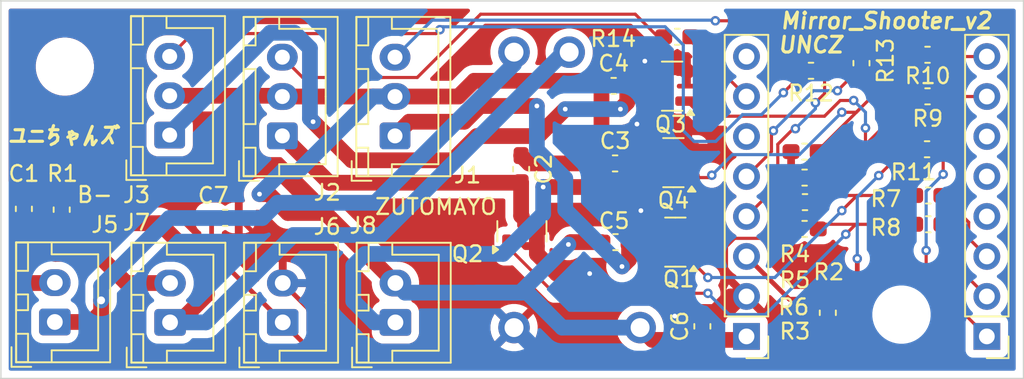
<source format=kicad_pcb>
(kicad_pcb (version 20241229) (generator "pcbnew") (generator_version "9.0")
  (layers (0 "F.Cu" signal) (2 "B.Cu" signal) (13 "F.Paste" user) (15 "B.Paste" user) (5 "F.SilkS" user "F.Silkscreen") (7 "B.SilkS" user "B.Silkscreen") (1 "F.Mask" user) (3 "B.Mask" user) (25 "Edge.Cuts" user))
  (net 0 "")
  (net 1 "Net-(J4-Pin_2)")
  (net 2 "+5V")
  (net 3 "Net-(J4-Pin_1)")
  (net 4 "GND")
  (net 5 "/PWM3")
  (net 6 "/TACT")
  (net 7 "/PWM1")
  (net 8 "/PWM2")
  (net 9 "/ON3")
  (net 10 "/ON1")
  (net 11 "/ON4")
  (net 12 "/ON2")
  (net 13 "3.3v")
  (net 14 "Net-(Q1-G)")
  (net 15 "Net-(Q2-G)")
  (net 16 "Net-(Q3-G)")
  (net 17 "Net-(J5-Pin_2)")
  (net 18 "Net-(J2-Pin_1)")
  (net 19 "Net-(J8-Pin_1)")
  (net 20 "Net-(J3-Pin_1)")
  (net 21 "Net-(J1-Pin_1)")
  (net 27 "Net-(Q4-G)")
  (net 28 "Net-(C1-Pad2)")
  (net 29 "Net-(J6-Pin_1)")
  (net 30 "Net-(J10-Pin_4)")
  (net 31 "Net-(J10-Pin_7)")
  (net 32 "Net-(J10-Pin_5)")
  (footprint "Capacitor_SMD:C_0603_1608Metric_Pad1.08x0.95mm_HandSolder" (layer "F.Cu") (at 122.991 102.2975 90)
    (property "Reference" "R1" (at 2.2875 0.05 180) (layer "F.SilkS"))
    (property "Value" "330Ω" (hide yes))
    (pad "1" smd roundrect (at -0.8625 0 90) (size 1.075 0.95) (layers "F.Cu" "F.Mask" "F.Paste") (net 1 "Net-(J4-Pin_2)"))
    (pad "2" smd roundrect (at 0.8625 0 90) (size 1.075 0.95) (layers "F.Cu" "F.Mask" "F.Paste") (net 28 "Net-(C1-Pad2)"))
  )
  (footprint "Capacitor_SMD:C_0603_1608Metric_Pad1.08x0.95mm_HandSolder" (layer "F.Cu") (at 170.1285 98.61)
    (property "Reference" "R4" (at -0.6175 6.51 0) (layer "F.SilkS"))
    (property "Value" "10K" (hide yes))
    (pad "1" smd roundrect (at -0.8625 0) (size 1.075 0.95) (layers "F.Cu" "F.Mask" "F.Paste") (net 4 "GND"))
    (pad "2" smd roundrect (at 0.8625 0) (size 1.075 0.95) (layers "F.Cu" "F.Mask" "F.Paste") (net 27 "Net-(Q4-G)"))
  )
  (footprint "Capacitor_SMD:C_0603_1608Metric_Pad1.08x0.95mm_HandSolder" (layer "F.Cu") (at 177.9767 101.3968 180)
    (property "Reference" "R7" (at 2.6935 -0.2132 0) (layer "F.SilkS"))
    (property "Value" "1K" (hide yes))
    (pad "1" smd roundrect (at -0.8625 0 180) (size 1.075 0.95) (layers "F.Cu" "F.Mask" "F.Paste") (net 12 "/ON2"))
    (pad "2" smd roundrect (at 0.8625 0 180) (size 1.075 0.95) (layers "F.Cu" "F.Mask" "F.Paste") (net 14 "Net-(Q1-G)"))
  )
  (footprint "Capacitor_SMD:C_0603_1608Metric_Pad1.08x0.95mm_HandSolder" (layer "F.Cu") (at 162.052 91.313 180)
    (property "Reference" "R14" (at 4.064 -0.127 0) (layer "F.SilkS"))
    (property "Value" "330" (hide yes))
    (pad "1" smd roundrect (at -0.8625 0 180) (size 1.075 0.95) (layers "F.Cu" "F.Mask" "F.Paste") (net 31 "Net-(J10-Pin_7)"))
    (pad "2" smd roundrect (at 0.8625 0 180) (size 1.075 0.95) (layers "F.Cu" "F.Mask" "F.Paste") (net 7 "/PWM1"))
  )
  (footprint "Capacitor_SMD:C_0603_1608Metric_Pad1.08x0.95mm_HandSolder" (layer "F.Cu") (at 163.641 109.71 90)
    (property "Reference" "C6" (at 0 -1.43 90) (layer "F.SilkS"))
    (property "Value" "10μF" (hide yes))
    (pad "1" smd roundrect (at -0.8625 0 90) (size 1.075 0.95) (layers "F.Cu" "F.Mask" "F.Paste") (net 2 "+5V"))
    (pad "2" smd roundrect (at 0.8625 0 90) (size 1.075 0.95) (layers "F.Cu" "F.Mask" "F.Paste") (net 4 "GND"))
  )
  (footprint "Capacitor_SMD:C_0603_1608Metric_Pad1.08x0.95mm_HandSolder" (layer "F.Cu") (at 177.8985 98.46)
    (property "Reference" "R11" (at -0.8575 1.45 0) (layer "F.SilkS"))
    (property "Value" "1k" (hide yes))
    (pad "1" smd roundrect (at -0.8625 0) (size 1.075 0.95) (layers "F.Cu" "F.Mask" "F.Paste") (net 29 "Net-(J6-Pin_1)"))
    (pad "2" smd roundrect (at 0.8625 0) (size 1.075 0.95) (layers "F.Cu" "F.Mask" "F.Paste") (net 6 "/TACT"))
  )
  (footprint "Capacitor_SMD:C_0603_1608Metric_Pad1.08x0.95mm_HandSolder" (layer "F.Cu") (at 170.1285 103.521)
    (property "Reference" "R3" (at -0.6175 6.51 0) (layer "F.SilkS"))
    (property "Value" "10K" (hide yes))
    (pad "1" smd roundrect (at -0.8625 0) (size 1.075 0.95) (layers "F.Cu" "F.Mask" "F.Paste") (net 4 "GND"))
    (pad "2" smd roundrect (at 0.8625 0) (size 1.075 0.95) (layers "F.Cu" "F.Mask" "F.Paste") (net 15 "Net-(Q2-G)"))
  )
  (footprint "Capacitor_SMD:C_0603_1608Metric_Pad1.08x0.95mm_HandSolder" (layer "F.Cu") (at 171.601 108.85 -90)
    (property "Reference" "R2" (at -2.59 -0.06 180) (layer "F.SilkS"))
    (property "Value" "10k" (hide yes))
    (pad "1" smd roundrect (at -0.8625 0 270) (size 1.075 0.95) (layers "F.Cu" "F.Mask" "F.Paste") (net 13 "3.3v"))
    (pad "2" smd roundrect (at 0.8625 0 270) (size 1.075 0.95) (layers "F.Cu" "F.Mask" "F.Paste") (net 29 "Net-(J6-Pin_1)"))
  )
  (footprint "Connector_JST:JST_XH_B3B-XH-A_1x03_P2.50mm_Vertical" (layer "F.Cu") (at 144.141 97.61 90)
    (property "Reference" "J1" (at -2.5 4.6 0) (layer "F.SilkS"))
    (property "Value" "Conn_01x03_Pin" (hide yes))
    (pad "1" thru_hole roundrect (at 0 0 90) (size 1.7 1.95) (drill 0.95) (layers "*.Cu" "*.Mask") (roundrect_rratio 0.147059) (net 21 "Net-(J1-Pin_1)"))
    (pad "2" thru_hole oval (at 2.5 0 90) (size 1.7 1.95) (drill 0.95) (layers "*.Cu" "*.Mask") (net 2 "+5V"))
    (pad "3" thru_hole oval (at 5 0 90) (size 1.7 1.95) (drill 0.95) (layers "*.Cu" "*.Mask") (net 8 "/PWM2"))
  )
  (footprint "Connector_JST:JST_XH_B3B-XH-A_1x03_P2.50mm_Vertical" (layer "F.Cu") (at 129.841 97.56 90)
    (property "Reference" "J3" (at -3.8 -2.1 0) (layer "F.SilkS"))
    (property "Value" "Conn_01x03_Pin" (hide yes))
    (pad "1" thru_hole roundrect (at 0 0 90) (size 1.7 1.95) (drill 0.95) (layers "*.Cu" "*.Mask") (roundrect_rratio 0.147059) (net 20 "Net-(J3-Pin_1)"))
    (pad "2" thru_hole oval (at 2.5 0 90) (size 1.7 1.95) (drill 0.95) (layers "*.Cu" "*.Mask") (net 2 "+5V"))
    (pad "3" thru_hole oval (at 5 0 90) (size 1.7 1.95) (drill 0.95) (layers "*.Cu" "*.Mask") (net 5 "/PWM3"))
  )
  (footprint "Capacitor_SMD:C_0603_1608Metric_Pad1.08x0.95mm_HandSolder" (layer "F.Cu") (at 173.736 92.9905 90)
    (property "Reference" "R13" (at 0.1535 1.524 90) (layer "F.SilkS"))
    (property "Value" "330" (hide yes))
    (pad "1" smd roundrect (at -0.8625 0 90) (size 1.075 0.95) (layers "F.Cu" "F.Mask" "F.Paste") (net 32 "Net-(J10-Pin_5)"))
    (pad "2" smd roundrect (at 0.8625 0 90) (size 1.075 0.95) (layers "F.Cu" "F.Mask" "F.Paste") (net 8 "/PWM2"))
  )
  (footprint "Connector_JST:JST_XH_B3B-XH-A_1x03_P2.50mm_Vertical" (layer "F.Cu") (at 136.991 97.61 90)
    (property "Reference" "J2" (at -3.6 2.85 0) (layer "F.SilkS"))
    (property "Value" "Conn_01x03_Pin" (hide yes))
    (pad "1" thru_hole roundrect (at 0 0 90) (size 1.7 1.95) (drill 0.95) (layers "*.Cu" "*.Mask") (roundrect_rratio 0.147059) (net 18 "Net-(J2-Pin_1)"))
    (pad "2" thru_hole oval (at 2.5 0 90) (size 1.7 1.95) (drill 0.95) (layers "*.Cu" "*.Mask") (net 2 "+5V"))
    (pad "3" thru_hole oval (at 5 0 90) (size 1.7 1.95) (drill 0.95) (layers "*.Cu" "*.Mask") (net 7 "/PWM1"))
  )
  (footprint "Package_TO_SOT_SMD:SOT-23" (layer "F.Cu") (at 161.8035 99.31 180)
    (property "Reference" "Q4" (at 0 -2.4 0) (layer "F.SilkS"))
    (property "Value" "AO3400A" (hide yes))
    (pad "1" smd roundrect (at -0.9375 -0.95 180) (size 1.475 0.6) (layers "F.Cu" "F.Mask" "F.Paste") (net 27 "Net-(Q4-G)"))
    (pad "2" smd roundrect (at -0.9375 0.95 180) (size 1.475 0.6) (layers "F.Cu" "F.Mask" "F.Paste") (net 4 "GND"))
    (pad "3" smd roundrect (at 0.9375 0 180) (size 1.475 0.6) (layers "F.Cu" "F.Mask" "F.Paste") (net 19 "Net-(J8-Pin_1)"))
  )
  (footprint "customs:stepup in" (layer "F.Cu") (at 155.691 110.2909 180)
    (property "Reference" "J9" (hide yes))
    (property "Value" "5v out" (hide yes))
    (pad "1" thru_hole circle (at -4 0.5 180) (size 2 2) (drill 1.2) (layers "*.Cu" "*.Mask") (net 2 "+5V"))
    (pad "2" thru_hole circle (at 4 0.5 180) (size 2 2) (drill 1.2) (layers "*.Cu" "*.Mask") (net 4 "GND"))
  )
  (footprint "Connector_JST:JST_XH_B2B-XH-A_1x02_P2.50mm_Vertical" (layer "F.Cu") (at 129.866 109.46 90)
    (property "Reference" "J7" (at 6.35 -2.125 0) (layer "F.SilkS"))
    (property "Value" "pw btn" (hide yes))
    (pad "1" thru_hole roundrect (at 0 0 90) (size 1.7 2) (drill 1) (layers "*.Cu" "*.Mask") (roundrect_rratio 0.147059) (net 1 "Net-(J4-Pin_2)"))
    (pad "2" thru_hole oval (at 2.5 0 90) (size 1.7 2) (drill 1) (layers "*.Cu" "*.Mask") (net 17 "Net-(J5-Pin_2)"))
  )
  (footprint "Connector_JST:JST_XH_B2B-XH-A_1x02_P2.50mm_Vertical" (layer "F.Cu") (at 144.166 109.46 90)
    (property "Reference" "J8" (at 6.15 -2.05 180) (layer "F.SilkS"))
    (property "Value" "laser" (hide yes))
    (pad "1" thru_hole roundrect (at 0 0 90) (size 1.7 2) (drill 1) (layers "*.Cu" "*.Mask") (roundrect_rratio 0.147059) (net 19 "Net-(J8-Pin_1)"))
    (pad "2" thru_hole oval (at 2.5 0 90) (size 1.7 2) (drill 1) (layers "*.Cu" "*.Mask") (net 2 "+5V"))
  )
  (footprint "Capacitor_SMD:C_0603_1608Metric_Pad1.08x0.95mm_HandSolder" (layer "F.Cu") (at 177.9281 92.456 180)
    (property "Reference" "R10" (at -0.0129 -1.344 0) (layer "F.SilkS"))
    (property "Value" "1K" (hide yes))
    (pad "1" smd roundrect (at -0.8625 0 180) (size 1.075 0.95) (layers "F.Cu" "F.Mask" "F.Paste") (net 11 "/ON4"))
    (pad "2" smd roundrect (at 0.8625 0 180) (size 1.075 0.95) (layers "F.Cu" "F.Mask" "F.Paste") (net 27 "Net-(Q4-G)"))
  )
  (footprint "Connector_JST:JST_XH_B2B-XH-A_1x02_P2.50mm_Vertical" (layer "F.Cu") (at 122.555 109.434 90)
    (property "Reference" "J5" (at 6.183 3.175 180) (layer "F.SilkS"))
    (property "Value" "battery module" (hide yes))
    (pad "1" thru_hole roundrect (at 0 0 90) (size 1.7 2) (drill 1) (layers "*.Cu" "*.Mask") (roundrect_rratio 0.147059) (net 3 "Net-(J4-Pin_1)"))
    (pad "2" thru_hole oval (at 2.5 0 90) (size 1.7 2) (drill 1) (layers "*.Cu" "*.Mask") (net 17 "Net-(J5-Pin_2)"))
  )
  (footprint "Capacitor_SMD:C_0603_1608Metric_Pad1.08x0.95mm_HandSolder" (layer "F.Cu") (at 170.1285 100.261)
    (property "Reference" "R5" (at -0.6175 6.51 0) (layer "F.SilkS"))
    (property "Value" "10K" (hide yes))
    (pad "1" smd roundrect (at -0.8625 0) (size 1.075 0.95) (layers "F.Cu" "F.Mask" "F.Paste") (net 4 "GND"))
    (pad "2" smd roundrect (at 0.8625 0) (size 1.075 0.95) (layers "F.Cu" "F.Mask" "F.Paste") (net 16 "Net-(Q3-G)"))
  )
  (footprint "customs:제목 없음" (layer "F.Cu") (at 153.691 92.2909)
    (property "Reference" "J4" (hide yes))
    (property "Value" "3.3v in" (hide yes))
    (pad "1" thru_hole circle (at -2 0) (size 2 2) (drill 1.2) (layers "*.Cu" "*.Mask") (net 3 "Net-(J4-Pin_1)"))
    (pad "2" thru_hole circle (at 1.5 0) (size 2 2) (drill 1.2) (layers "*.Cu" "*.Mask") (net 1 "Net-(J4-Pin_2)"))
  )
  (footprint "MountingHole:MountingHole_3.2mm_M3" (layer "F.Cu") (at 176.276 108.966)
    (property "Reference" "H2" (hide yes))
    (property "Value" "MountingHole" (hide yes))
    (pad "" np_thru_hole circle (at 0 0) (size 3.2 3.2) (drill 3.2) (layers "*.Cu" "*.Mask"))
  )
  (footprint "Capacitor_SMD:C_0603_1608Metric_Pad1.08x0.95mm_HandSolder" (layer "F.Cu") (at 170.5345 93.472 180)
    (property "Reference" "R12" (at 0 -1.43 0) (layer "F.SilkS"))
    (property "Value" "330" (hide yes))
    (pad "1" smd roundrect (at -0.8625 0 180) (size 1.075 0.95) (layers "F.Cu" "F.Mask" "F.Paste") (net 30 "Net-(J10-Pin_4)"))
    (pad "2" smd roundrect (at 0.8625 0 180) (size 1.075 0.95) (layers "F.Cu" "F.Mask" "F.Paste") (net 5 "/PWM3"))
  )
  (footprint "Connector_PinHeader_2.54mm:PinHeader_1x08_P2.54mm_Vertical" (layer "F.Cu") (at 166.441 110.35 180)
    (property "Reference" "J10" (hide yes))
    (property "Value" "Conn_01x08_Socket" (hide yes))
    (pad "1" thru_hole rect (at 0 0 180) (size 1.7 1.7) (drill 1) (layers "*.Cu" "*.Mask") (net 2 "+5V"))
    (pad "2" thru_hole circle (at 0 2.54 180) (size 1.7 1.7) (drill 1) (layers "*.Cu" "*.Mask") (net 4 "GND"))
    (pad "3" thru_hole circle (at 0 5.08 180) (size 1.7 1.7) (drill 1) (layers "*.Cu" "*.Mask") (net 13 "3.3v"))
    (pad "4" thru_hole circle (at 0 7.62 180) (size 1.7 1.7) (drill 1) (layers "*.Cu" "*.Mask") (net 30 "Net-(J10-Pin_4)"))
    (pad "5" thru_hole circle (at 0 10.16 180) (size 1.7 1.7) (drill 1) (layers "*.Cu" "*.Mask") (net 32 "Net-(J10-Pin_5)"))
    (pad "6" thru_hole circle (at 0 12.7 180) (size 1.7 1.7) (drill 1) (layers "*.Cu" "*.Mask"))
    (pad "7" thru_hole circle (at 0 15.24 180) (size 1.7 1.7) (drill 1) (layers "*.Cu" "*.Mask") (net 31 "Net-(J10-Pin_7)"))
    (pad "8" thru_hole circle (at 0 17.78 180) (size 1.7 1.7) (drill 1) (layers "*.Cu" "*.Mask"))
  )
  (footprint "Capacitor_SMD:C_0603_1608Metric_Pad1.08x0.95mm_HandSolder" (layer "F.Cu") (at 158.1285 104.36)
    (property "Reference" "C5" (at -0.0875 -1.35 0) (layer "F.SilkS"))
    (property "Value" "1μF" (hide yes))
    (pad "1" smd roundrect (at -0.8625 0) (size 1.075 0.95) (layers "F.Cu" "F.Mask" "F.Paste") (net 2 "+5V"))
    (pad "2" smd roundrect (at 0.8625 0) (size 1.075 0.95) (layers "F.Cu" "F.Mask" "F.Paste") (net 21 "Net-(J1-Pin_1)"))
  )
  (footprint "Package_TO_SOT_SMD:SOT-23" (layer "F.Cu") (at 161.9285 104.36 180)
    (property "Reference" "Q1" (at -0.2125 -2.35 180) (layer "F.SilkS"))
    (property "Value" "AO3400A" (hide yes))
    (pad "1" smd roundrect (at -0.9375 -0.95 180) (size 1.475 0.6) (layers "F.Cu" "F.Mask" "F.Paste") (net 14 "Net-(Q1-G)"))
    (pad "2" smd roundrect (at -0.9375 0.95 180) (size 1.475 0.6) (layers "F.Cu" "F.Mask" "F.Paste") (net 4 "GND"))
    (pad "3" smd roundrect (at 0.9375 0 180) (size 1.475 0.6) (layers "F.Cu" "F.Mask" "F.Paste") (net 21 "Net-(J1-Pin_1)"))
  )
  (footprint "Capacitor_SMD:C_0603_1608Metric_Pad1.08x0.95mm_HandSolder" (layer "F.Cu") (at 158.1035 99.36)
    (property "Reference" "C3" (at 0 -1.43 0) (layer "F.SilkS"))
    (property "Value" "1μF" (hide yes))
    (pad "1" smd roundrect (at -0.8625 0) (size 1.075 0.95) (layers "F.Cu" "F.Mask" "F.Paste") (net 2 "+5V"))
    (pad "2" smd roundrect (at 0.8625 0) (size 1.075 0.95) (layers "F.Cu" "F.Mask" "F.Paste") (net 19 "Net-(J8-Pin_1)"))
  )
  (footprint "Capacitor_SMD:C_0603_1608Metric_Pad1.08x0.95mm_HandSolder" (layer "F.Cu") (at 177.9281 95.0976 180)
    (property "Reference" "R9" (at -0.0129 -1.4124 0) (layer "F.SilkS"))
    (property "Value" "1K" (hide yes))
    (pad "1" smd roundrect (at -0.8625 0 180) (size 1.075 0.95) (layers "F.Cu" "F.Mask" "F.Paste") (net 9 "/ON3"))
    (pad "2" smd roundrect (at 0.8625 0 180) (size 1.075 0.95) (layers "F.Cu" "F.Mask" "F.Paste") (net 16 "Net-(Q3-G)"))
  )
  (footprint "MountingHole:MountingHole_3.2mm_M3" (layer "F.Cu") (at 123.191 93.21)
    (property "Reference" "H1" (hide yes))
    (property "Value" "MountingHole" (hide yes))
    (pad "" np_thru_hole circle (at 0 0) (size 3.2 3.2) (drill 3.2) (layers "*.Cu" "*.Mask"))
  )
  (footprint "Capacitor_SMD:C_0603_1608Metric_Pad1.08x0.95mm_HandSolder" (layer "F.Cu") (at 120.591 102.2475 90)
    (property "Reference" "C1" (at 2.2375 0 0) (layer "F.SilkS"))
    (property "Value" "1μF" (hide yes))
    (pad "1" smd roundrect (at -0.8625 0 90) (size 1.075 0.95) (layers "F.Cu" "F.Mask" "F.Paste") (net 17 "Net-(J5-Pin_2)"))
    (pad "2" smd roundrect (at 0.8625 0 90) (size 1.075 0.95) (layers "F.Cu" "F.Mask" "F.Paste") (net 28 "Net-(C1-Pad2)"))
  )
  (footprint "Connector_JST:JST_XH_B2B-XH-A_1x02_P2.50mm_Vertical" (layer "F.Cu") (at 137.016 109.46 90)
    (property "Reference" "J6" (at 6.082 2.825 180) (layer "F.SilkS"))
    (property "Value" "tact" (hide yes))
    (pad "1" thru_hole roundrect (at 0 0 90) (size 1.7 2) (drill 1) (layers "*.Cu" "*.Mask") (roundrect_rratio 0.147059) (net 29 "Net-(J6-Pin_1)"))
    (pad "2" thru_hole oval (at 2.5 0 90) (size 1.7 2) (drill 1) (layers "*.Cu" "*.Mask") (net 4 "GND") (padstack (mode custom) (layer "B.Cu" (shape oval) (size 1.7 2))))
  )
  (footprint "Capacitor_SMD:C_0603_1608Metric_Pad1.08x0.95mm_HandSolder" (layer "F.Cu") (at 170.1517 101.8192)
    (property "Reference" "R6" (at -0.718 6.6624 0) (layer "F.SilkS"))
    (property "Value" "10K" (hide yes))
    (pad "1" smd roundrect (at -0.8625 0) (size 1.075 0.95) (layers "F.Cu" "F.Mask" "F.Paste") (net 4 "GND"))
    (pad "2" smd roundrect (at 0.8625 0) (size 1.075 0.95) (layers "F.Cu" "F.Mask" "F.Paste") (net 14 "Net-(Q1-G)"))
  )
  (footprint "Package_TO_SOT_SMD:SOT-23" (layer "F.Cu") (at 161.7218 94.4513 180)
    (property "Reference" "Q3" (at 0.1008 -2.4287 0) (layer "F.SilkS"))
    (property "Value" "AO3400A" (hide yes))
    (pad "1" smd roundrect (at -0.9375 -0.95 180) (size 1.475 0.6) (layers "F.Cu" "F.Mask" "F.Paste") (net 16 "Net-(Q3-G)"))
    (pad "2" smd roundrect (at -0.9375 0.95 180) (size 1.475 0.6) (layers "F.Cu" "F.Mask" "F.Paste") (net 4 "GND"))
    (pad "3" smd roundrect (at 0.9375 0 180) (size 1.475 0.6) (layers "F.Cu" "F.Mask" "F.Paste") (net 20 "Net-(J3-Pin_1)"))
  )
  (footprint "Package_TO_SOT_SMD:SOT-23" (layer "F.Cu") (at 152.191 103.6725 90)
    (property "Reference" "Q2" (at -1.4375 -3.45 180) (layer "F.SilkS"))
    (property "Value" "AO3400A" (hide yes))
    (pad "1" smd roundrect (at -0.9375 -0.95 90) (size 1.475 0.6) (layers "F.Cu" "F.Mask" "F.Paste") (net 15 "Net-(Q2-G)"))
    (pad "2" smd roundrect (at -0.9375 0.95 90) (size 1.475 0.6) (layers "F.Cu" "F.Mask" "F.Paste") (net 4 "GND"))
    (pad "3" smd roundrect (at 0.9375 0 90) (size 1.475 0.6) (layers "F.Cu" "F.Mask" "F.Paste") (net 18 "Net-(J2-Pin_1)"))
  )
  (footprint "Capacitor_SMD:C_0603_1608Metric_Pad1.08x0.95mm_HandSolder" (layer "F.Cu") (at 158.0123 94.4372)
    (property "Reference" "C4" (at 0 -1.43 0) (layer "F.SilkS"))
    (property "Value" "1μF" (hide yes))
    (pad "1" smd roundrect (at -0.8625 0) (size 1.075 0.95) (layers "F.Cu" "F.Mask" "F.Paste") (net 2 "+5V"))
    (pad "2" smd roundrect (at 0.8625 0) (size 1.075 0.95) (layers "F.Cu" "F.Mask" "F.Paste") (net 20 "Net-(J3-Pin_1)"))
  )
  (footprint "Capacitor_SMD:C_0603_1608Metric_Pad1.08x0.95mm_HandSolder" (layer "F.Cu") (at 152.141 99.7225 -90)
    (property "Reference" "C2" (at 0 -1.43 90) (layer "F.SilkS"))
    (property "Value" "1μF" (hide yes))
    (pad "1" smd roundrect (at -0.8625 0 270) (size 1.075 0.95) (layers "F.Cu" "F.Mask" "F.Paste") (net 2 "+5V"))
    (pad "2" smd roundrect (at 0.8625 0 270) (size 1.075 0.95) (layers "F.Cu" "F.Mask" "F.Paste") (net 18 "Net-(J2-Pin_1)"))
  )
  (footprint "Capacitor_SMD:C_0603_1608Metric_Pad1.08x0.95mm_HandSolder" (layer "F.Cu") (at 133.3635 102.82)
    (property "Reference" "C7" (at -0.7525 -1.42 0) (layer "F.SilkS"))
    (property "Value" "0.1μF" (hide yes))
    (pad "1" smd roundrect (at -0.8625 0) (size 1.075 0.95) (layers "F.Cu" "F.Mask" "F.Paste") (net 29 "Net-(J6-Pin_1)"))
    (pad "2" smd roundrect (at 0.8625 0) (size 1.075 0.95) (layers "F.Cu" "F.Mask" "F.Paste") (net 4 "GND"))
  )
  (footprint "Connector_PinHeader_2.54mm:PinHeader_1x08_P2.54mm_Vertical" (layer "F.Cu") (at 181.691 110.35 180)
    (property "Reference" "J11" (hide yes))
    (property "Value" "Conn_01x08_Socket" (hide yes))
    (pad "1" thru_hole rect (at 0 0 180) (size 1.7 1.7) (drill 1) (layers "*.Cu" "*.Mask") (net 6 "/TACT"))
    (pad "2" thru_hole circle (at 0 2.54 180) (size 1.7 1.7) (drill 1) (layers "*.Cu" "*.Mask") (net 10 "/ON1"))
    (pad "3" thru_hole circle (at 0 5.08 180) (size 1.7 1.7) (drill 1) (layers "*.Cu" "*.Mask") (net 12 "/ON2"))
    (pad "4" thru_hole circle (at 0 7.62 180) (size 1.7 1.7) (drill 1) (layers "*.Cu" "*.Mask"))
    (pad "5" thru_hole circle (at 0 10.16 180) (size 1.7 1.7) (drill 1) (layers "*.Cu" "*.Mask"))
    (pad "6" thru_hole circle (at 0 12.7 180) (size 1.7 1.7) (drill 1) (layers "*.Cu" "*.Mask"))
    (pad "7" thru_hole circle (at 0 15.24 180) (size 1.7 1.7) (drill 1) (layers "*.Cu" "*.Mask") (net 9 "/ON3"))
    (pad "8" thru_hole circle (at 0 17.78 180) (size 1.7 1.7) (drill 1) (layers "*.Cu" "*.Mask") (net 11 "/ON4"))
  )
  (footprint "Capacitor_SMD:C_0603_1608Metric_Pad1.08x0.95mm_HandSolder" (layer "F.Cu") (at 177.9767 103.2256 180)
    (property "Reference" "R8" (at 2.6913 -0.2132 0) (layer "F.SilkS"))
    (property "Value" "1K" (hide yes))
    (pad "1" smd roundrect (at -0.8625 0 180) (size 1.075 0.95) (layers "F.Cu" "F.Mask" "F.Paste") (net 10 "/ON1"))
    (pad "2" smd roundrect (at 0.8625 0 180) (size 1.075 0.95) (layers "F.Cu" "F.Mask" "F.Paste") (net 15 "Net-(Q2-G)"))
  )
  (gr_rect (start 119.126 89.027) (end 184.023 113.03) (stroke (width 0.1)) (fill no) (layer "Edge.Cuts"))
  (gr_text "Mirror_Shooter_v2\n" (at 175.311 90.3 0) (layer "F.SilkS") (effects (font (size 1 1) (thickness 0.2) (bold yes) (italic yes))))
  (gr_text "ZUTOMAYO" (at 146.741 102.11 0) (layer "F.SilkS") (effects (font (size 1 1))))
  (gr_text "UNCZ\n" (at 170.511 91.83 0) (layer "F.SilkS") (effects (font (size 1 1) (thickness 0.2) (bold yes) (italic yes))))
  (gr_text "B-\n" (at 125.095 101.346 0) (layer "F.SilkS") (effects (font (size 1 1))))
  (gr_text "ユニちゃんズ" (at 123.063 97.663 0) (layer "F.SilkS") (effects (font (size 1.1 1.1) (thickness 0.2) (bold yes) (italic yes))))
  (segment (start 132.207 106.172) (end 129.195 103.16) (width 1) (layer "F.Cu") (net 1))
  (segment (start 130.443 109.46) (end 132.207 107.696) (width 1) (layer "F.Cu") (net 1))
  (segment (start 129.866 109.46) (end 130.443 109.46) (width 1) (layer "F.Cu") (net 1))
  (segment (start 132.207 107.696) (end 132.207 106.172) (width 1) (layer "F.Cu") (net 1))
  (segment (start 129.195 103.16) (end 122.991 103.16) (width 1) (layer "F.Cu") (net 1))
  (segment (start 137.692 103.909) (end 143.24353 103.909) (width 1) (layer "B.Cu") (net 1))
  (segment (start 154.8511 92.2909) (end 155.191 92.2909) (width 1) (layer "B.Cu") (net 1))
  (segment (start 154.86163 92.2909) (end 155.191 92.2909) (width 1) (layer "B.Cu") (net 1))
  (segment (start 129.866 109.46) (end 132.141 109.46) (width 1) (layer "B.Cu") (net 1))
  (segment (start 143.24353 103.909) (end 154.86163 92.2909) (width 1) (layer "B.Cu") (net 1))
  (segment (start 132.141 109.46) (end 137.692 103.909) (width 1) (layer "B.Cu") (net 1))
  (segment (start 157.241 99.36) (end 157.241 94.5284) (width 1) (layer "F.Cu") (net 2))
  (segment (start 137.341 102.51) (end 139.716 102.51) (width 1) (layer "F.Cu") (net 2))
  (segment (start 149.164794 94.11) (end 148.164794 95.11) (width 1) (layer "F.Cu") (net 2))
  (segment (start 152.641 99.36) (end 152.141 98.86) (width 1) (layer "F.Cu") (net 2))
  (segment (start 129.841 95.06) (end 136.941 95.06) (width 1) (layer "F.Cu") (net 2))
  (segment (start 139.716 102.51) (end 144.166 106.96) (width 1) (layer "F.Cu") (net 2))
  (segment (start 135.541 101.31) (end 136.141 101.31) (width 1) (layer "F.Cu") (net 2))
  (segment (start 155.291 104.36) (end 155.141 104.51) (width 1) (layer "F.Cu") (net 2))
  (segment (start 148.164794 95.11) (end 144.141 95.11) (width 1) (layer "F.Cu") (net 2))
  (segment (start 136.141 101.31) (end 137.341 102.51) (width 1) (layer "F.Cu") (net 2))
  (segment (start 166.2185 110.5725) (end 166.441 110.35) (width 1) (layer "F.Cu") (net 2))
  (segment (start 156.8226 94.11) (end 149.164794 94.11) (width 1) (layer "F.Cu") (net 2))
  (segment (start 163.641 110.5725) (end 160.4726 110.5725) (width 1) (layer "F.Cu") (net 2))
  (segment (start 157.241 94.5284) (end 157.1498 94.4372) (width 1) (layer "F.Cu") (net 2))
  (segment (start 163.641 110.5725) (end 166.2185 110.5725) (width 1) (layer "F.Cu") (net 2))
  (segment (start 157.241 99.36) (end 152.641 99.36) (width 1) (layer "F.Cu") (net 2))
  (segment (start 157.1498 94.4372) (end 156.8226 94.11) (width 1) (layer "F.Cu") (net 2))
  (segment (start 157.266 104.36) (end 155.291 104.36) (width 1) (layer "F.Cu") (net 2))
  (segment (start 160.4726 110.5725) (end 159.691 109.7909) (width 1) (layer "F.Cu") (net 2))
  (segment (start 136.991 95.11) (end 144.141 95.11) (width 1) (layer "F.Cu") (net 2))
  (via (at 155.141 104.51) (size 0.6) (drill 0.3) (layers "F.Cu" "B.Cu") (net 2))
  (via (at 135.541 101.31) (size 0.6) (drill 0.3) (layers "F.Cu" "B.Cu") (net 2))
  (segment (start 144.166 106.96) (end 144.775 107.569) (width 1) (layer "B.Cu") (net 2))
  (segment (start 137.987156 99.863844) (end 142.741 95.11) (width 1) (layer "B.Cu") (net 2))
  (segment (start 154.7489 109.7909) (end 159.691 109.7909) (width 1) (layer "B.Cu") (net 2))
  (segment (start 152.082 107.569) (end 149.341 107.569) (width 1) (layer "B.Cu") (net 2))
  (segment (start 142.741 95.11) (end 144.141 95.11) (width 1) (layer "B.Cu") (net 2))
  (segment (start 149.341 107.569) (end 152.527 107.569) (width 1) (layer "B.Cu") (net 2))
  (segment (start 152.527 107.569) (end 154.7489 109.7909) (width 1) (layer "B.Cu") (net 2))
  (segment (start 155.141 104.51) (end 152.082 107.569) (width 1) (layer "B.Cu") (net 2))
  (segment (start 144.775 107.569) (end 149.341 107.569) (width 1) (layer "B.Cu") (net 2))
  (segment (start 135.541 101.31) (end 136.987156 99.863844) (width 1) (layer "B.Cu") (net 2))
  (segment (start 136.987156 99.863844) (end 137.987156 99.863844) (width 1) (layer "B.Cu") (net 2))
  (segment (start 125.491 108.81) (end 125.491 108.06) (width 1) (layer "F.Cu") (net 3))
  (segment (start 124.867 109.434) (end 125.491 108.81) (width 1) (layer "F.Cu") (net 3))
  (segment (start 122.555 109.434) (end 124.867 109.434) (width 1) (layer "F.Cu") (net 3))
  (via (at 125.491 108.06) (size 1) (drill 0.5) (layers "F.Cu" "B.Cu") (net 3))
  (segment (start 125.491 107.16) (end 125.491 108.06) (width 1) (layer "B.Cu") (net 3))
  (segment (start 129.821 102.83) (end 125.491 107.16) (width 1) (layer "B.Cu") (net 3))
  (segment (start 142.881 101.86) (end 136.68947 101.86) (width 1) (layer "B.Cu") (net 3))
  (segment (start 151.691 92.2909) (end 151.691 93.05) (width 1) (layer "B.Cu") (net 3))
  (segment (start 151.691 93.05) (end 142.881 101.86) (width 1) (layer "B.Cu") (net 3))
  (segment (start 136.68947 101.86) (end 135.71947 102.83) (width 1) (layer "B.Cu") (net 3))
  (segment (start 135.71947 102.83) (end 129.821 102.83) (width 1) (layer "B.Cu") (net 3))
  (segment (start 169.2892 101.8192) (end 169.2892 100.2842) (width 0.2) (layer "F.Cu") (net 4))
  (segment (start 137.016 106.96) (end 137.016 105.61) (width 0.3) (layer "F.Cu") (net 4))
  (segment (start 163.6895 108.799) (end 164.452 108.799) (width 1) (layer "F.Cu") (net 4))
  (segment (start 154.391 106.36) (end 156.491 106.36) (width 1) (layer "F.Cu") (net 4))
  (segment (start 159.741 102.36) (end 161.816 102.36) (width 1) (layer "F.Cu") (net 4))
  (segment (start 153.141 105.11) (end 154.391 106.36) (width 1) (layer "F.Cu") (net 4))
  (segment (start 153.141 103.71) (end 153.141 104.61) (width 1) (layer "F.Cu") (net 4))
  (segment (start 162.1035 108.8475) (end 161.891 109.06) (width 1) (layer "F.Cu") (net 4))
  (segment (start 159.491 96.86) (end 161.241 96.86) (width 1) (layer "F.Cu") (net 4))
  (segment (start 141.126 111.07) (end 150.4119 111.07) (width 0.3) (layer "F.Cu") (net 4))
  (segment (start 163.641 108.8475) (end 162.1035 108.8475) (width 1) (layer "F.Cu") (net 4))
  (segment (start 161.241 96.86) (end 162.741 98.36) (width 1) (layer "F.Cu") (net 4))
  (segment (start 153.141 104.61) (end 153.141 105.11) (width 1) (layer "F.Cu") (net 4))
  (segment (start 165.171 104.64) (end 165.171 106.54) (width 0.2) (layer "F.Cu") (net 4))
  (segment (start 162.6593 93.5013) (end 162.018 92.86) (width 1) (layer "F.Cu") (net 4))
  (segment (start 165.692 104.119) (end 165.171 104.64) (width 0.2) (layer "F.Cu") (net 4))
  (segment (start 137.016 105.61) (end 134.226 102.82) (width 0.3) (layer "F.Cu") (net 4))
  (segment (start 168.668 104.119) (end 165.692 104.119) (width 0.2) (layer "F.Cu") (net 4))
  (segment (start 150.4119 111.07) (end 151.691 109.7909) (width 0.3) (layer "F.Cu") (net 4))
  (segment (start 162.018 92.86) (end 159.991 92.86) (width 1) (layer "F.Cu") (net 4))
  (segment (start 169.266 103.521) (end 168.668 104.119) (width 0.2) (layer "F.Cu") (net 4))
  (segment (start 169.2892 103.4978) (end 169.266 103.521) (width 0.2) (layer "F.Cu") (net 4))
  (segment (start 154.491 102.36) (end 153.141 103.71) (width 1) (layer "F.Cu") (net 4))
  (segment (start 163.641 108.8475) (end 163.6895 108.799) (width 1) (layer "F.Cu") (net 4))
  (segment (start 169.2892 101.8192) (end 169.2892 103.4978) (width 0.2) (layer "F.Cu") (net 4))
  (segment (start 164.452 108.799) (end 165.441 107.81) (width 1) (layer "F.Cu") (net 4))
  (segment (start 137.016 106.96) (end 141.126 111.07) (width 0.3) (layer "F.Cu") (net 4))
  (segment (start 169.2892 100.2842) (end 169.266 100.261) (width 0.2) (layer "F.Cu") (net 4))
  (segment (start 165.171 106.54) (end 166.441 107.81) (width 0.2) (layer "F.Cu") (net 4))
  (segment (start 165.441 107.81) (end 166.441 107.81) (width 1) (layer "F.Cu") (net 4))
  (segment (start 159.741 102.36) (end 154.491 102.36) (width 1) (layer "F.Cu") (net 4))
  (segment (start 169.266 98.61) (end 169.266 100.261) (width 0.2) (layer "F.Cu") (net 4))
  (segment (start 161.816 102.36) (end 162.866 103.41) (width 1) (layer "F.Cu") (net 4))
  (via (at 159.991 92.86) (size 0.6) (drill 0.3) (layers "F.Cu" "B.Cu") (net 4))
  (via (at 156.491 106.36) (size 0.6) (drill 0.3) (layers "F.Cu" "B.Cu") (net 4))
  (via (at 161.891 109.06) (size 0.6) (drill 0.3) (layers "F.Cu" "B.Cu") (net 4))
  (via (at 159.491 96.86) (size 0.6) (drill 0.3) (layers "F.Cu" "B.Cu") (net 4))
  (via (at 159.741 102.36) (size 0.6) (drill 0.3) (layers "F.Cu" "B.Cu") (net 4))
  (segment (start 159.991 96.36) (end 159.491 96.86) (width 1) (layer "B.Cu") (net 4))
  (segment (start 159.491 102.11) (end 159.741 102.36) (width 1) (layer "B.Cu") (net 4))
  (segment (start 156.491 106.36) (end 158.041 107.91) (width 1) (layer "B.Cu") (net 4))
  (segment (start 161.891 109.06) (end 161.891 110.651) (width 1) (layer "B.Cu") (net 4))
  (segment (start 159.491 96.86) (end 159.491 102.11) (width 1) (layer "B.Cu") (net 4))
  (segment (start 158.041 107.91) (end 160.741 107.91) (width 1) (layer "B.Cu") (net 4))
  (segment (start 160.741 107.91) (end 161.891 109.06) (width 1) (layer "B.Cu") (net 4))
  (segment (start 159.991 92.86) (end 159.991 96.36) (width 1) (layer "B.Cu") (net 4))
  (segment (start 153.6601 111.76) (end 151.691 109.7909) (width 1) (layer "B.Cu") (net 4))
  (segment (start 160.782 111.76) (end 153.6601 111.76) (width 1) (layer "B.Cu") (net 4))
  (segment (start 161.891 110.651) (end 160.782 111.76) (width 1) (layer "B.Cu") (net 4))
  (segment (start 169.672 93.472) (end 169.672 93.98) (width 0.2) (layer "F.Cu") (net 5))
  (segment (start 169.672 93.98) (end 168.783 94.869) (width 0.2) (layer "F.Cu") (net 5))
  (segment (start 146.741 91.11) (end 131.291 91.11) (width 0.2) (layer "F.Cu") (net 5))
  (segment (start 146.991 90.86) (end 146.741 91.11) (width 0.2) (layer "F.Cu") (net 5))
  (segment (start 131.291 91.11) (end 129.841 92.56) (width 0.2) (layer "F.Cu") (net 5))
  (via (at 168.783 94.869) (size 0.6) (drill 0.3) (layers "F.Cu" "B.Cu") (net 5))
  (via (at 146.991 90.86) (size 0.6) (drill 0.3) (layers "F.Cu" "B.Cu") (net 5))
  (segment (start 163.112 97.961) (end 162.433 97.282) (width 0.2) (layer "B.Cu") (net 5))
  (segment (start 147.173 90.678) (end 146.991 90.86) (width 0.2) (layer "B.Cu") (net 5))
  (segment (start 166.189943 96.261) (end 164.489943 97.961) (width 0.2) (layer "B.Cu") (net 5))
  (segment (start 161.279 90.678) (end 147.173 90.678) (width 0.2) (layer "B.Cu") (net 5))
  (segment (start 168.783 94.869) (end 167.391 96.261) (width 0.2) (layer "B.Cu") (net 5))
  (segment (start 164.489943 97.961) (end 163.112 97.961) (width 0.2) (layer "B.Cu") (net 5))
  (segment (start 162.433 97.282) (end 162.433 91.832) (width 0.2) (layer "B.Cu") (net 5))
  (segment (start 162.433 91.832) (end 161.279 90.678) (width 0.2) (layer "B.Cu") (net 5))
  (segment (start 167.391 96.261) (end 166.189943 96.261) (width 0.2) (layer "B.Cu") (net 5))
  (segment (start 181.691 110.35) (end 177.841 106.5) (width 0.2) (layer "F.Cu") (net 6))
  (segment (start 178.921 98.62) (end 178.761 98.46) (width 0.2) (layer "F.Cu") (net 6))
  (segment (start 178.921 100.05) (end 178.921 98.62) (width 0.2) (layer "F.Cu") (net 6))
  (segment (start 177.841 106.5) (end 177.841 104.89) (width 0.2) (layer "F.Cu") (net 6))
  (via (at 178.921 100.05) (size 0.6) (drill 0.3) (layers "F.Cu" "B.Cu") (net 6))
  (via (at 177.841 104.89) (size 0.6) (drill 0.3) (layers "F.Cu" "B.Cu") (net 6))
  (segment (start 177.841 104.89) (end 177.841 101.13) (width 0.2) (layer "B.Cu") (net 6))
  (segment (start 177.841 101.13) (end 178.921 100.05) (width 0.2) (layer "B.Cu") (net 6))
  (segment (start 159.385 89.88) (end 149.571 89.88) (width 0.2) (layer "F.Cu") (net 7))
  (segment (start 138.281374 93.900374) (end 136.991 92.61) (width 0.2) (layer "F.Cu") (net 7))
  (segment (start 161.1895 91.313) (end 160.818 91.313) (width 0.2) (layer "F.Cu") (net 7))
  (segment (start 145.550626 93.900374) (end 138.281374 93.900374) (width 0.2) (layer "F.Cu") (net 7))
  (segment (start 149.571 89.88) (end 145.550626 93.900374) (width 0.2) (layer "F.Cu") (net 7))
  (segment (start 160.818 91.313) (end 159.385 89.88) (width 0.2) (layer "F.Cu") (net 7))
  (segment (start 171.905 90.297) (end 164.465 90.297) (width 0.2) (layer "F.Cu") (net 8))
  (segment (start 173.736 92.128) (end 171.905 90.297) (width 0.2) (layer "F.Cu") (net 8))
  (via (at 164.465 90.297) (size 0.6) (drill 0.3) (layers "F.Cu" "B.Cu") (net 8))
  (segment (start 164.427 90.259) (end 146.492 90.259) (width 0.2) (layer "B.Cu") (net 8))
  (segment (start 164.465 90.297) (end 164.427 90.259) (width 0.2) (layer "B.Cu") (net 8))
  (segment (start 146.492 90.259) (end 144.141 92.61) (width 0.2) (layer "B.Cu") (net 8))
  (segment (start 181.691 95.11) (end 178.803 95.11) (width 0.2) (layer "F.Cu") (net 9))
  (segment (start 178.803 95.11) (end 178.7906 95.0976) (width 0.2) (layer "F.Cu") (net 9))
  (segment (start 181.691 107.81) (end 178.8392 104.9582) (width 0.2) (layer "F.Cu") (net 10))
  (segment (start 178.8392 104.9582) (end 178.8392 103.2256) (width 0.2) (layer "F.Cu") (net 10))
  (segment (start 181.691 92.57) (end 178.9046 92.57) (width 0.2) (layer "F.Cu") (net 11))
  (segment (start 178.9046 92.57) (end 178.7906 92.456) (width 0.2) (layer "F.Cu") (net 11))
  (segment (start 181.691 105.27) (end 180.54 104.119) (width 0.2) (layer "F.Cu") (net 12))
  (segment (start 180.54 103.0976) (end 178.8392 101.3968) (width 0.2) (layer "F.Cu") (net 12))
  (segment (start 180.54 104.119) (end 180.54 103.0976) (width 0.2) (layer "F.Cu") (net 12))
  (segment (start 169.1585 107.9875) (end 171.601 107.9875) (width 0.3) (layer "F.Cu") (net 13))
  (segment (start 166.441 105.27) (end 169.1585 107.9875) (width 0.3) (layer "F.Cu") (net 13))
  (segment (start 173.741 101.3968) (end 171.4366 101.3968) (width 0.2) (layer "F.Cu") (net 14))
  (segment (start 172.491 102.36) (end 173.4542 101.3968) (width 0.2) (layer "F.Cu") (net 14))
  (segment (start 173.4542 101.3968) (end 173.741 101.3968) (width 0.2) (layer "F.Cu") (net 14))
  (segment (start 162.866 105.31) (end 162.866 105.485) (width 0.2) (layer "F.Cu") (net 14))
  (segment (start 171.4366 101.3968) (end 171.0142 101.8192) (width 0.2) (layer "F.Cu") (net 14))
  (segment (start 162.866 105.485) (end 163.991 106.61) (width 0.2) (layer "F.Cu") (net 14))
  (segment (start 177.1142 101.3968) (end 173.741 101.3968) (width 0.2) (layer "F.Cu") (net 14))
  (via (at 163.991 106.61) (size 0.6) (drill 0.3) (layers "F.Cu" "B.Cu") (net 14))
  (via (at 172.491 102.36) (size 0.6) (drill 0.3) (layers "F.Cu" "B.Cu") (net 14))
  (segment (start 168.241 106.61) (end 172.491 102.36) (width 0.2) (layer "B.Cu") (net 14))
  (segment (start 163.991 106.61) (end 168.241 106.61) (width 0.2) (layer "B.Cu") (net 14))
  (segment (start 174.241 103.2256) (end 171.2864 103.2256) (width 0.2) (layer "F.Cu") (net 15))
  (segment (start 171.2864 103.2256) (end 170.991 103.521) (width 0.2) (layer "F.Cu") (net 15))
  (segment (start 173.3754 103.2256) (end 174.241 103.2256) (width 0.2) (layer "F.Cu") (net 15))
  (segment (start 154.241 107.61) (end 151.241 104.61) (width 0.2) (layer "F.Cu") (net 15))
  (segment (start 177.1142 103.2256) (end 174.241 103.2256) (width 0.2) (layer "F.Cu") (net 15))
  (segment (start 163.991 107.61) (end 154.241 107.61) (width 0.2) (layer "F.Cu") (net 15))
  (segment (start 172.741 103.86) (end 173.3754 103.2256) (width 0.2) (layer "F.Cu") (net 15))
  (via (at 163.991 107.61) (size 0.6) (drill 0.3) (layers "F.Cu" "B.Cu") (net 15))
  (via (at 172.741 103.86) (size 0.6) (drill 0.3) (layers "F.Cu" "B.Cu") (net 15))
  (segment (start 163.991 107.61) (end 165.342 108.961) (width 0.2) (layer "B.Cu") (net 15))
  (segment (start 167.64 108.961) (end 172.741 103.86) (width 0.2) (layer "B.Cu") (net 15))
  (segment (start 165.342 108.961) (end 167.64 108.961) (width 0.2) (layer "B.Cu") (net 15))
  (segment (start 170.991 100.261) (end 171.9022 100.261) (width 0.2) (layer "F.Cu") (net 16))
  (segment (start 171.9022 100.261) (end 173.8971 98.2661) (width 0.2) (layer "F.Cu") (net 16))
  (segment (start 163.618 96.36) (end 171.391057 96.36) (width 0.2) (layer "F.Cu") (net 16))
  (segment (start 173.991 97.11) (end 173.991 98.1722) (width 0.2) (layer "F.Cu") (net 16))
  (segment (start 162.6593 95.4013) (end 163.618 96.36) (width 0.2) (layer "F.Cu") (net 16))
  (segment (start 172.391057 95.36) (end 173.241 95.36) (width 0.2) (layer "F.Cu") (net 16))
  (segment (start 173.991 98.1722) (end 173.8971 98.2661) (width 0.2) (layer "F.Cu") (net 16))
  (segment (start 171.391057 96.36) (end 172.391057 95.36) (width 0.2) (layer "F.Cu") (net 16))
  (segment (start 173.8971 98.2661) (end 177.0656 95.0976) (width 0.2) (layer "F.Cu") (net 16))
  (via (at 173.991 97.11) (size 0.6) (drill 0.3) (layers "F.Cu" "B.Cu") (net 16))
  (via (at 173.241 95.36) (size 0.6) (drill 0.3) (layers "F.Cu" "B.Cu") (net 16))
  (segment (start 173.991 96.11) (end 173.991 97.11) (width 0.2) (layer "B.Cu") (net 16))
  (segment (start 173.241 95.36) (end 173.991 96.11) (width 0.2) (layer "B.Cu") (net 16))
  (segment (start 129.866 106.96) (end 127.091 106.96) (width 1) (layer "F.Cu") (net 17))
  (segment (start 120.591 106.96) (end 122.529 106.96) (width 1) (layer "F.Cu") (net 17))
  (segment (start 122.529 106.96) (end 122.555 106.934) (width 1) (layer "F.Cu") (net 17))
  (segment (start 127.091 106.96) (end 125.241 105.11) (width 1) (layer "F.Cu") (net 17))
  (segment (start 120.591 106.96) (end 120.591 103.11) (width 1) (layer "F.Cu") (net 17))
  (segment (start 125.241 105.11) (end 122.591 105.11) (width 1) (layer "F.Cu") (net 17))
  (segment (start 122.591 105.11) (end 120.591 103.11) (width 1) (layer "F.Cu") (net 17))
  (segment (start 139.966 100.585) (end 152.141 100.585) (width 1) (layer "F.Cu") (net 18))
  (segment (start 152.141 102.685) (end 152.191 102.735) (width 1) (layer "F.Cu") (net 18))
  (segment (start 136.991 97.61) (end 139.966 100.585) (width 1) (layer "F.Cu") (net 18))
  (segment (start 152.141 100.585) (end 152.141 102.685) (width 1) (layer "F.Cu") (net 18))
  (segment (start 158.491 100.86) (end 158.966 100.385) (width 1) (layer "F.Cu") (net 19))
  (segment (start 160.866 99.31) (end 159.016 99.31) (width 1) (layer "F.Cu") (net 19))
  (segment (start 159.016 99.31) (end 158.966 99.36) (width 1) (layer "F.Cu") (net 19))
  (segment (start 158.966 100.385) (end 158.966 99.36) (width 1) (layer "F.Cu") (net 19))
  (segment (start 153.541 100.86) (end 158.491 100.86) (width 1) (layer "F.Cu") (net 19))
  (via (at 153.541 100.86) (size 0.6) (drill 0.3) (layers "F.Cu" "B.Cu") (net 19))
  (segment (start 142.841 109.46) (end 144.166 109.46) (width 1) (layer "B.Cu") (net 19))
  (segment (start 141.491 108.11) (end 142.841 109.46) (width 1) (layer "B.Cu") (net 19))
  (segment (start 142.241 105.11) (end 141.491 105.86) (width 1) (layer "B.Cu") (net 19))
  (segment (start 153.541 102.56) (end 150.991 105.11) (width 1) (layer "B.Cu") (net 19))
  (segment (start 141.491 105.86) (end 141.491 108.11) (width 1) (layer "B.Cu") (net 19))
  (segment (start 153.541 100.86) (end 153.541 102.56) (width 1) (layer "B.Cu") (net 19))
  (segment (start 150.991 105.11) (end 142.241 105.11) (width 1) (layer "B.Cu") (net 19))
  (segment (start 158.8889 94.4513) (end 158.8748 94.4372) (width 1) (layer "F.Cu") (net 20))
  (segment (start 153.2295 97.6215) (end 149.32797 97.6215) (width 1) (layer "F.Cu") (net 20))
  (segment (start 147.78847 99.161) (end 141.392 99.161) (width 1) (layer "F.Cu") (net 20))
  (segment (start 158.8748 95.4772) (end 158.442 95.91) (width 1) (layer "F.Cu") (net 20))
  (segment (start 154.941 95.91) (end 153.2295 97.6215) (width 1) (layer "F.Cu") (net 20))
  (segment (start 158.8748 94.4372) (end 158.8748 95.4772) (width 1) (layer "F.Cu") (net 20))
  (segment (start 160.7843 94.4513) (end 158.8889 94.4513) (width 1) (layer "F.Cu") (net 20))
  (segment (start 149.32797 97.6215) (end 147.78847 99.161) (width 1) (layer "F.Cu") (net 20))
  (segment (start 141.392 99.161) (end 138.941 96.71) (width 1) (layer "F.Cu") (net 20))
  (via (at 138.941 96.71) (size 0.6) (drill 0.3) (layers "F.Cu" "B.Cu") (net 20))
  (via (at 158.442 95.91) (size 0.6) (drill 0.3) (layers "F.Cu" "B.Cu") (net 20))
  (via (at 154.941 95.91) (size 0.6) (drill 0.3) (layers "F.Cu" "B.Cu") (net 20))
  (segment (start 138.741 96.51) (end 138.741 92.041555) (width 1) (layer "B.Cu") (net 20))
  (segment (start 129.841 97.441556) (end 129.841 97.56) (width 1) (layer "B.Cu") (net 20))
  (segment (start 138.741 92.041555) (end 137.758445 91.059) (width 1) (layer "B.Cu") (net 20))
  (segment (start 158.442 95.91) (end 154.941 95.91) (width 1) (layer "B.Cu") (net 20))
  (segment (start 137.758445 91.059) (end 136.223556 91.059) (width 1) (layer "B.Cu") (net 20))
  (segment (start 136.223556 91.059) (end 129.841 97.441556) (width 1) (layer "B.Cu") (net 20))
  (segment (start 138.941 96.71) (end 138.741 96.51) (width 1) (layer "B.Cu") (net 20))
  (segment (start 158.991 104.36) (end 158.991 105.46) (width 1) (layer "F.Cu") (net 21))
  (segment (start 153.141 95.71) (end 149.541 95.71) (width 1) (layer "F.Cu") (net 21))
  (segment (start 145.041 96.71) (end 144.141 97.61) (width 1) (layer "F.Cu") (net 21))
  (segment (start 148.541 96.71) (end 145.041 96.71) (width 1) (layer "F.Cu") (net 21))
  (segment (start 160.991 104.36) (end 158.991 104.36) (width 1) (layer "F.Cu") (net 21))
  (segment (start 158.991 105.46) (end 158.541 105.91) (width 1) (layer "F.Cu") (net 21))
  (segment (start 149.541 95.71) (end 148.541 96.71) (width 1) (layer "F.Cu") (net 21))
  (via (at 158.541 105.91) (size 0.6) (drill 0.3) (layers "F.Cu" "B.Cu") (net 21))
  (via (at 153.141 95.71) (size 0.6) (drill 0.3) (layers "F.Cu" "B.Cu") (net 21))
  (segment (start 153.141 98.51) (end 154.941 100.31) (width 1) (layer "B.Cu") (net 21))
  (segment (start 154.941 100.31) (end 154.941 102.31) (width 1) (layer "B.Cu") (net 21))
  (segment (start 154.941 102.31) (end 158.541 105.91) (width 1) (layer "B.Cu") (net 21))
  (segment (start 153.141 95.71) (end 153.141 98.51) (width 1) (layer "B.Cu") (net 21))
  (segment (start 173.7013 95.8203) (end 177.0656 92.456) (width 0.2) (layer "F.Cu") (net 27))
  (segment (start 164.091 100.26) (end 164.241 100.11) (width 0.2) (layer "F.Cu") (net 27))
  (segment (start 170.991 98.61) (end 170.991 98.5306) (width 0.2) (layer "F.Cu") (net 27))
  (segment (start 170.991 98.5306) (end 173.7013 95.8203) (width 0.2) (layer "F.Cu") (net 27))
  (segment (start 172.491 96.11) (end 173.4116 96.11) (width 0.2) (layer "F.Cu") (net 27))
  (segment (start 162.741 100.26) (end 164.091 100.26) (width 0.2) (layer "F.Cu") (net 27))
  (segment (start 173.4116 96.11) (end 173.7013 95.8203) (width 0.2) (layer "F.Cu") (net 27))
  (via (at 172.491 96.11) (size 0.6) (drill 0.3) (layers "F.Cu" "B.Cu") (net 27))
  (via (at 164.241 100.11) (size 0.6) (drill 0.3) (layers "F.Cu" "B.Cu") (net 27))
  (segment (start 165.55 98.801) (end 169.8 98.801) (width 0.2) (layer "B.Cu") (net 27))
  (segment (start 169.8 98.801) (end 172.491 96.11) (width 0.2) (layer "B.Cu") (net 27))
  (segment (start 164.241 100.11) (end 165.55 98.801) (width 0.2) (layer "B.Cu") (net 27))
  (segment (start 122.941 101.385) (end 122.991 101.435) (width 1) (layer "F.Cu") (net 28))
  (segment (start 120.591 101.385) (end 122.941 101.385) (width 1) (layer "F.Cu") (net 28))
  (segment (start 132.501 104.945) (end 132.501 102.82) (width 0.3) (layer "F.Cu") (net 29))
  (segment (start 169.4135 111.9) (end 139.456 111.9) (width 0.3) (layer "F.Cu") (net 29))
  (segment (start 137.016 109.46) (end 132.501 104.945) (width 0.3) (layer "F.Cu") (net 29))
  (segment (start 177.036 98.46) (end 176.501 98.46) (width 0.2) (layer "F.Cu") (net 29))
  (segment (start 176.501 98.46) (end 174.831 100.13) (width 0.2) (layer "F.Cu") (net 29))
  (segment (start 173.471 107.8425) (end 173.471 105.41) (width 0.3) (layer "F.Cu") (net 29))
  (segment (start 171.601 109.7125) (end 169.4135 111.9) (width 0.3) (layer "F.Cu") (net 29))
  (segment (start 139.456 111.9) (end 137.016 109.46) (width 0.3) (layer "F.Cu") (net 29))
  (segment (start 171.601 109.7125) (end 173.471 107.8425) (width 0.3) (layer "F.Cu") (net 29))
  (via (at 174.831 100.13) (size 0.6) (drill 0.3) (layers "F.Cu" "B.Cu") (net 29))
  (via (at 173.471 105.41) (size 0.6) (drill 0.3) (layers "F.Cu" "B.Cu") (net 29))
  (segment (start 173.471 101.49) (end 174.831 100.13) (width 0.2) (layer "B.Cu") (net 29))
  (segment (start 173.471 105.41) (end 173.471 101.49) (width 0.2) (layer "B.Cu") (net 29))
  (segment (start 166.441 102.73) (end 168.4275 100.7435) (width 0.2) (layer "F.Cu") (net 30))
  (segment (start 169.415366 97.155) (end 169.545 97.155) (width 0.2) (layer "F.Cu") (net 30))
  (segment (start 168.4275 100.7435) (end 168.4275 98.142866) (width 0.2) (layer "F.Cu") (net 30))
  (segment (start 168.4275 98.142866) (end 169.415366 97.155) (width 0.2) (layer "F.Cu") (net 30))
  (segment (start 171.397 94.922) (end 171.397 93.472) (width 0.2) (layer "F.Cu") (net 30))
  (segment (start 170.815 95.504) (end 171.397 94.922) (width 0.2) (layer "F.Cu") (net 30))
  (via (at 170.815 95.504) (size 0.6) (drill 0.3) (layers "F.Cu" "B.Cu") (net 30))
  (via (at 169.545 97.155) (size 0.6) (drill 0.3) (layers "F.Cu" "B.Cu") (net 30))
  (segment (start 170.815 95.885) (end 170.815 95.504) (width 0.2) (layer "B.Cu") (net 30))
  (segment (start 169.545 97.155) (end 170.815 95.885) (width 0.2) (layer "B.Cu") (net 30))
  (segment (start 162.9145 91.5835) (end 166.441 95.11) (width 0.2) (layer "F.Cu") (net 31))
  (segment (start 162.9145 91.313) (end 162.9145 91.5835) (width 0.2) (layer "F.Cu") (net 31))
  (segment (start 173.736 93.853) (end 173.101 93.853) (width 0.2) (layer "F.Cu") (net 32))
  (segment (start 168.0265 97.4035) (end 168.0265 98.6045) (width 0.2) (layer "F.Cu") (net 32))
  (segment (start 173.101 93.853) (end 172.212 94.742) (width 0.2) (layer "F.Cu") (net 32))
  (segment (start 168.0265 98.6045) (end 166.441 100.19) (width 0.2) (layer "F.Cu") (net 32))
  (segment (start 168.148 97.282) (end 168.0265 97.4035) (width 0.2) (layer "F.Cu") (net 32))
  (via (at 168.148 97.282) (size 0.6) (drill 0.3) (layers "F.Cu" "B.Cu") (net 32))
  (via (at 172.212 94.742) (size 0.6) (drill 0.3) (layers "F.Cu" "B.Cu") (net 32))
  (segment (start 172.212 94.742) (end 170.688 94.742) (width 0.2) (layer "B.Cu") (net 32))
  (segment (start 170.688 94.742) (end 168.148 97.282) (width 0.2) (layer "B.Cu") (net 32))
  (zone (net 4) (net_name "GND") (layers "F.Cu" "B.Cu") (connect_pads (clearance 0.5)) (min_thickness 0.25) (fill yes (thermal_gap 0.5) (thermal_bridge_width 0.5))
    (polygon (pts (xy 184.023 89.027) (xy 119.126 89.027) (xy 119.126 113.03) (xy 184.023 113.03)))
  )
)
</source>
